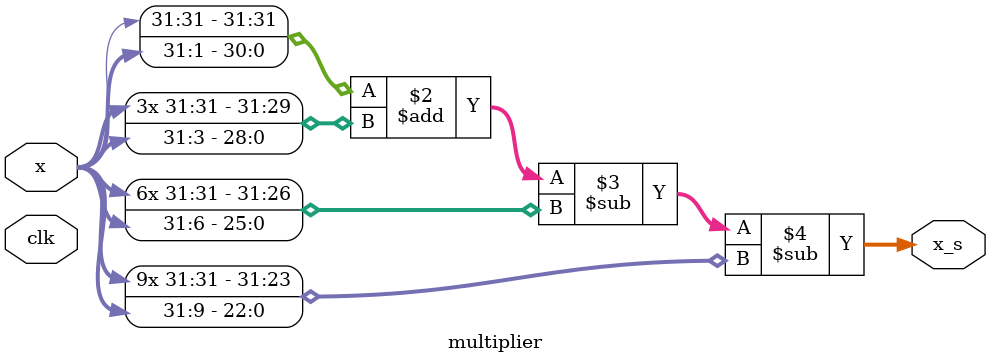
<source format=v>
`timescale 1ns / 1ps


module cordic(input clk ,
              input signed [7:0] x_in ,
              input signed [7:0] y_in ,
              output signed [31:0] r ,
              output signed [31:0] phi , 
              output signed [31:0] dummy1,
              output signed [31:0] dummy2,
              output signed [31:0] dummy3);
              
    wire signed [31:0] xc [15:0];
    wire signed [31:0] yc [15:0];
    wire signed [31:0] zc [15:0];
    wire signed [31:0] x_sh ,y_sh;
    wire signed [31:0] x_s;
    
    reg signed [7:0] x,y;
    reg [31:0] z = 32'd0;
    wire signed [31:0] x_rot,y_rot,z_rot;          
    wire signed [31:0] atan0, atan1, atan2, atan3, atan4, atan5, atan6, atan7;
    wire signed [31:0] atan8, atan9, atan10, atan11, atan12, atan13, atan14, atan15;
    
      assign atan0 = 32'd450000;
	  assign atan1 = 32'd265650;
	  assign atan2 = 32'd140362;
	  assign atan3 = 32'd71250;
	  assign atan4 = 32'd35763;
	  assign atan5 = 32'd17899;
	  assign atan6 = 32'd8951;
	  assign atan7 = 32'd4476;
	  assign atan8 = 32'd2238;
	  assign atan9 = 32'd1119;
	  assign atan10 = 32'd559;
	  assign atan11 = 32'd279;
	  assign atan12 = 32'd140;
	  assign atan13 = 32'd70;
	  assign atan14 = 32'd35;
	  assign atan15 = 32'd17;
	
	always @(posedge clk)
	   begin
	       x <= x_in;
	       y <= y_in;
	       z <= 32'd0;
	   end
	
	cordic_rotate rotation(.clk(clk), .x(x), .y(y), .x_rot(x_rot), .y_rot(y_rot), .z_rot(z_rot));   
	
	cordic_update  cordic0(.clk(clk), .i(5'd0), .x(x_rot), .y(y_rot), .z(z_rot), .atan(atan0), .x_next(xc[0]), .y_next(yc[0]), .z_next(zc[0]));
	cordic_update  cordic1(.clk(clk), .i(5'd1), .x(xc[0]), .y(yc[0]), .z(zc[0]), .atan(atan1), .x_next(xc[1]), .y_next(yc[1]), .z_next(zc[1]));
	cordic_update  cordic2(.clk(clk), .i(5'd2), .x(xc[1]), .y(yc[1]), .z(zc[1]), .atan(atan2), .x_next(xc[2]), .y_next(yc[2]), .z_next(zc[2]));
	cordic_update  cordic3(.clk(clk), .i(5'd3), .x(xc[2]), .y(yc[2]), .z(zc[2]), .atan(atan3), .x_next(xc[3]), .y_next(yc[3]), .z_next(zc[3]));
	cordic_update  cordic4(.clk(clk), .i(5'd4), .x(xc[3]), .y(yc[3]), .z(zc[3]), .atan(atan4), .x_next(xc[4]), .y_next(yc[4]), .z_next(zc[4]));
	cordic_update  cordic5(.clk(clk), .i(5'd5), .x(xc[4]), .y(yc[4]), .z(zc[4]), .atan(atan5), .x_next(xc[5]), .y_next(yc[5]), .z_next(zc[5]));
	cordic_update  cordic6(.clk(clk), .i(5'd6), .x(xc[5]), .y(yc[5]), .z(zc[5]), .atan(atan6), .x_next(xc[6]), .y_next(yc[6]), .z_next(zc[6]));
	cordic_update  cordic7(.clk(clk), .i(5'd7), .x(xc[6]), .y(yc[6]), .z(zc[6]), .atan(atan7), .x_next(xc[7]), .y_next(yc[7]), .z_next(zc[7]));
	cordic_update  cordic8(.clk(clk), .i(5'd8), .x(xc[7]), .y(yc[7]), .z(zc[7]), .atan(atan8), .x_next(xc[8]), .y_next(yc[8]), .z_next(zc[8]));
	cordic_update  cordic9(.clk(clk), .i(5'd9), .x(xc[8]), .y(yc[8]), .z(zc[8]), .atan(atan9), .x_next(xc[9]), .y_next(yc[9]), .z_next(zc[9]));
	cordic_update  cordic10(.clk(clk), .i(5'd10), .x(xc[9]), .y(yc[9]), .z(zc[9]), .atan(atan10), .x_next(xc[10]), .y_next(yc[10]), .z_next(zc[10]));
	cordic_update  cordic11(.clk(clk), .i(5'd11), .x(xc[10]), .y(yc[10]), .z(zc[10]), .atan(atan11), .x_next(xc[11]), .y_next(yc[11]), .z_next(zc[11]));
	cordic_update  cordic12(.clk(clk), .i(5'd12), .x(xc[11]), .y(yc[11]), .z(zc[11]), .atan(atan12), .x_next(xc[12]), .y_next(yc[12]), .z_next(zc[12]));
	cordic_update  cordic13(.clk(clk), .i(5'd13), .x(xc[12]), .y(yc[12]), .z(zc[12]), .atan(atan13), .x_next(xc[13]), .y_next(yc[13]), .z_next(zc[13]));
	cordic_update  cordic14(.clk(clk), .i(5'd14), .x(xc[13]), .y(yc[13]), .z(zc[13]), .atan(atan14), .x_next(xc[14]), .y_next(yc[14]), .z_next(zc[14]));
    	cordic_update  cordic15(.clk(clk), .i(5'd15), .x(xc[14]), .y(yc[14]), .z(zc[14]), .atan(atan15), .x_next(xc[15]), .y_next(yc[15]), .z_next(zc[15]));
    	multiplier m1(.clk(clk), .x(xc[15]), .x_s(x_s));
	
    	assign dummy1 = xc[15];
    	assign dummy2 = yc[15];
    	assign dummy3 = zc[15];
    	assign r = x_s;
	assign phi = zc[15];
              
endmodule

module cordic_rotate(input clk ,
                     input signed [7:0] x,
                     input signed [7:0] y,
                     output reg signed [31:0] x_rot,
                     output reg signed [31:0] y_rot,
                     output reg signed [31:0] z_rot);
                     
    always @(*)
        begin
            if( x < 0 && y >= 0 )
                begin
                    x_rot = y*10000;
                    y_rot = -x*10000;
                    z_rot = -900000;
                end
            else if( x < 0 && y < 0 )
                begin
                    x_rot = -y*10000;
                    y_rot = x*10000;
                    z_rot = 900000;                    
                end
            else
                begin
                    x_rot = x*10000;
                    y_rot = y*10000;
                    z_rot = 0;                                        
                end
        end
endmodule

module cordic_update(input clk ,
                     input signed [4:0] i,
                     input signed [31:0] x,
                     input signed [31:0] y,
                     input signed [31:0] z,
                     input signed [31:0] atan,
                     output reg signed [31:0] x_next,
                     output reg signed [31:0] y_next,
                     output reg signed [31:0] z_next);
                     
    always @(*)
        begin
            x_next = x +{ y > 0 ? (y >>> i) : -(y >>> i)};
            y_next = y +{ y > 0 ? -(x >>> i) : (x >>> i)};
            z_next = z +{ y > 0 ? atan : -atan};
        end
endmodule

module multiplier(input clk,
                  input signed [31:0] x, 
                  output reg signed [31:0] x_s);

    always @(*) 
        begin
            x_s = {x[31],x[31:1]} + {{3{x[31]}},x[31:3]} - {{6{x[31]}},x[31:6]} - {{9{x[31]}},x[31:9]};
        end
endmodule

</source>
